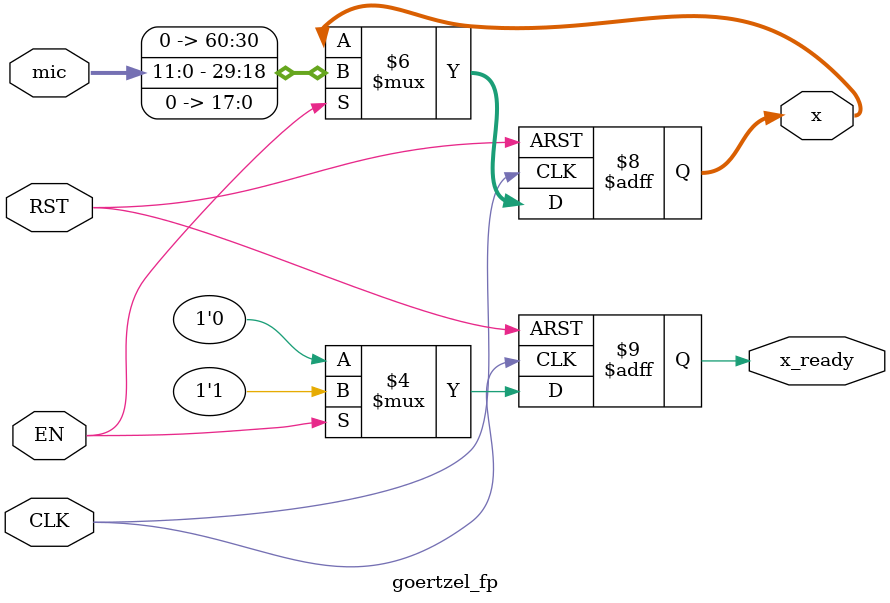
<source format=v>
`timescale 1ns / 1ps

// Convert microphone input to fixed-point representation
module goertzel_fp #(
    parameter B=61
    ) (
    input CLK,
    input RST,
    input EN,
    input [11:0] mic,
    output reg signed [B-1:0] x=0,
    output reg x_ready=0
    );

    always @(posedge CLK or posedge RST) begin
        x_ready <= 0;
        if (RST) begin
            x <= 0;
        end
        else if (EN) begin
            // Sign bit is always 0 (mic. input is unsigned)
            // Normalize input (x / 2^12) and clear integer part + pad lower bits of decimal part 
//            x <= {1'b0, {B_PART{1'b0}}, mic[11:0], {(B_PART-12){1'b0}}};
            x <= {31'b0, mic, 18'b0};
            x_ready <= 1;
        end
    end
    
endmodule

</source>
